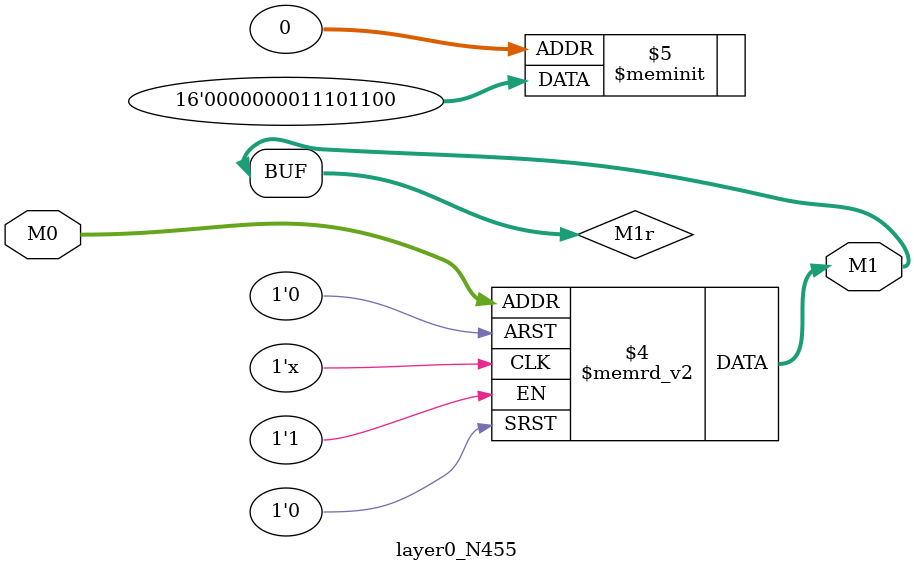
<source format=v>
module layer0_N455 ( input [2:0] M0, output [1:0] M1 );

	(*rom_style = "distributed" *) reg [1:0] M1r;
	assign M1 = M1r;
	always @ (M0) begin
		case (M0)
			3'b000: M1r = 2'b00;
			3'b100: M1r = 2'b00;
			3'b010: M1r = 2'b10;
			3'b110: M1r = 2'b00;
			3'b001: M1r = 2'b11;
			3'b101: M1r = 2'b00;
			3'b011: M1r = 2'b11;
			3'b111: M1r = 2'b00;

		endcase
	end
endmodule

</source>
